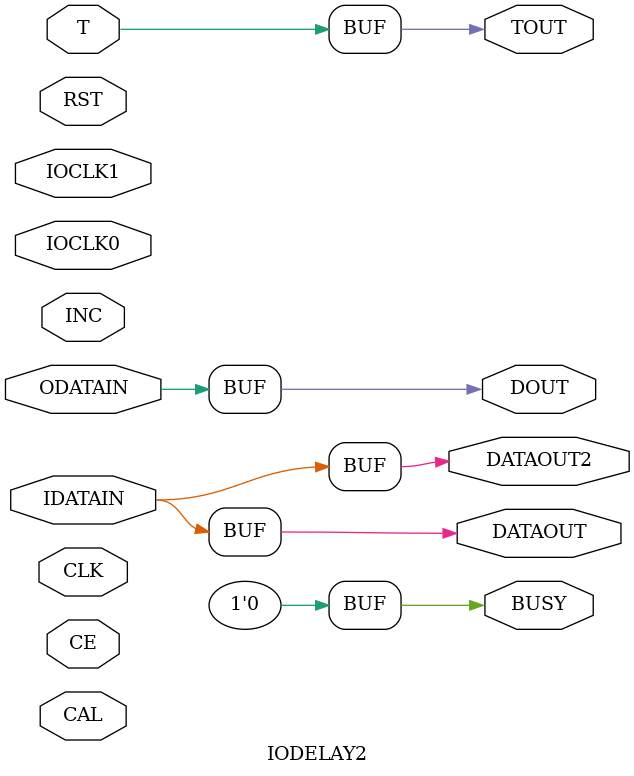
<source format=v>
module IODELAY2 (
  output BUSY,
  output DATAOUT,
  output DATAOUT2,
  output DOUT,
  output TOUT,
  input CAL,
  input CE,
  input CLK,
  input IDATAIN,
  input INC,
  input IOCLK0,
  input IOCLK1,
  input ODATAIN,
  input RST,
  input T
);

  parameter COUNTER_WRAPAROUND = "WRAPAROUND"; // "WRAPAROUND", "STAY_AT_LIMIT"
  parameter DATA_RATE = "SDR";       // "SDR", "DDR"
  parameter DELAY_SRC = "IO";        // "IO", "IDATAIN", "ODATAIN"
  parameter integer IDELAY2_VALUE = 0;  // 0 to 255 inclusive
  parameter IDELAY_MODE = "NORMAL";  // "NORMAL", "PCI"
  parameter IDELAY_TYPE = "DEFAULT";    // "DEFAULT", "DIFF_PHASE_DETECTOR", "FIXED", "VARIABLE_FROM_HALF_MAX", "VARIABLE_FROM_ZERO"
  parameter integer IDELAY_VALUE = 0;   // 0 to 255 inclusive
  parameter integer ODELAY_VALUE = 0;   // 0 to 255 inclusive
  parameter SERDES_MODE = "NONE";       // "NONE", "MASTER", "SLAVE"
  parameter integer SIM_TAPDELAY_VALUE = 75; // 10 to 90 inclusive

   assign DATAOUT  = IDATAIN;
   assign DATAOUT2 = IDATAIN;
   assign DOUT = ODATAIN;
   assign TOUT = T;
   assign BUSY = 1'b0;

endmodule // IODELAY2

</source>
